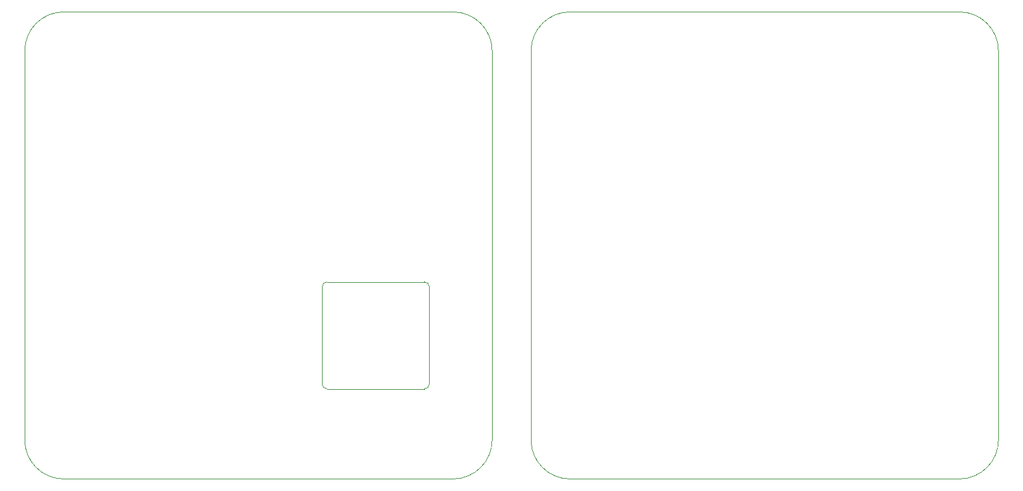
<source format=gbr>
%TF.GenerationSoftware,KiCad,Pcbnew,(6.0.5)*%
%TF.CreationDate,2022-08-09T14:26:54+02:00*%
%TF.ProjectId,MPU Signals,4d505520-5369-4676-9e61-6c732e6b6963,rev?*%
%TF.SameCoordinates,Original*%
%TF.FileFunction,Profile,NP*%
%FSLAX46Y46*%
G04 Gerber Fmt 4.6, Leading zero omitted, Abs format (unit mm)*
G04 Created by KiCad (PCBNEW (6.0.5)) date 2022-08-09 14:26:54*
%MOMM*%
%LPD*%
G01*
G04 APERTURE LIST*
%TA.AperFunction,Profile*%
%ADD10C,0.100000*%
%TD*%
G04 APERTURE END LIST*
D10*
X113095008Y-124135004D02*
X100395008Y-124135004D01*
X187960000Y-80010000D02*
X187960000Y-130810000D01*
X100395005Y-110165004D02*
G75*
G03*
X99760004Y-110800000I-5J-634996D01*
G01*
X187960000Y-80010000D02*
G75*
G03*
X182880000Y-74930000I-5080000J0D01*
G01*
X132079992Y-74930000D02*
X182880000Y-74930000D01*
X99760004Y-123500000D02*
X99760004Y-110800000D01*
X60960000Y-130810000D02*
G75*
G03*
X66040004Y-135890000I5080000J0D01*
G01*
X113730004Y-110799997D02*
G75*
G03*
X113095008Y-110164996I-635004J-3D01*
G01*
X182880000Y-135890000D02*
X132080000Y-135890000D01*
X126999992Y-130810000D02*
X126999996Y-80010000D01*
X127000000Y-130810000D02*
G75*
G03*
X132080000Y-135890000I5080000J0D01*
G01*
X100395005Y-110164996D02*
X113095005Y-110164996D01*
X121920004Y-130810000D02*
X121920004Y-80010000D01*
X99759996Y-123500003D02*
G75*
G03*
X100395008Y-124135004I635004J3D01*
G01*
X113730012Y-110800000D02*
X113730012Y-123500000D01*
X66040000Y-74930000D02*
G75*
G03*
X60960000Y-80010000I0J-5080000D01*
G01*
X66039996Y-74930000D02*
X116840004Y-74930000D01*
X60960000Y-80010000D02*
X60960004Y-130810000D01*
X132079996Y-74929996D02*
G75*
G03*
X126999996Y-80010000I4J-5080004D01*
G01*
X116840004Y-135890000D02*
X66040004Y-135890000D01*
X116840004Y-135890004D02*
G75*
G03*
X121920004Y-130810000I-4J5080004D01*
G01*
X182880000Y-135890000D02*
G75*
G03*
X187960000Y-130810000I0J5080000D01*
G01*
X113095011Y-124135012D02*
G75*
G03*
X113730012Y-123500000I-11J635012D01*
G01*
X121920000Y-80010000D02*
G75*
G03*
X116840004Y-74930000I-5080000J0D01*
G01*
M02*

</source>
